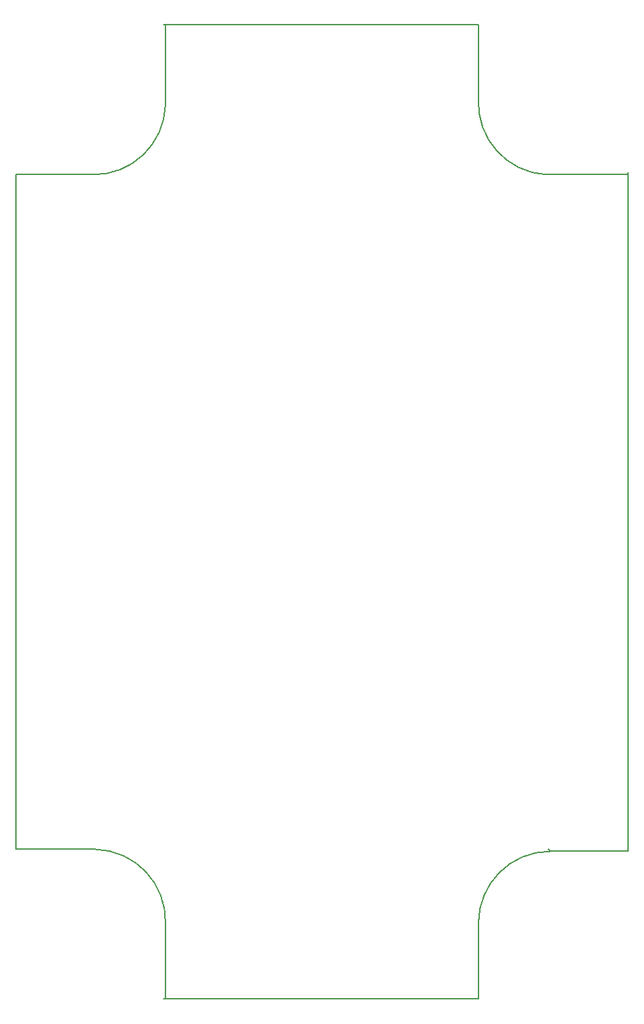
<source format=gbr>
G04 #@! TF.FileFunction,Profile,NP*
%FSLAX46Y46*%
G04 Gerber Fmt 4.6, Leading zero omitted, Abs format (unit mm)*
G04 Created by KiCad (PCBNEW 4.0.6) date Monday, 02 August 2021 'AMt' 08:08:07*
%MOMM*%
%LPD*%
G01*
G04 APERTURE LIST*
%ADD10C,0.100000*%
%ADD11C,0.150000*%
G04 APERTURE END LIST*
D10*
D11*
X79626000Y106617000D02*
X79626000Y106871000D01*
X69212000Y106617000D02*
X79626000Y106617000D01*
X11554000Y106617000D02*
X1648000Y106617000D01*
X60576000Y125667000D02*
X60576000Y115761000D01*
X20444000Y125667000D02*
X60576000Y125667000D01*
X20698000Y115507000D02*
X20698000Y125667000D01*
X20698000Y1715000D02*
X20698000Y11621000D01*
X60576000Y1715000D02*
X20698000Y1715000D01*
X60576000Y11875000D02*
X60576000Y1715000D01*
X60576000Y1715000D02*
X20444000Y1715000D01*
X60576000Y11621000D02*
X60576000Y1715000D01*
X69720000Y20511000D02*
X69466000Y20765000D01*
X79626000Y20511000D02*
X69720000Y20511000D01*
X79626000Y106617000D02*
X79626000Y20511000D01*
X60576000Y116269000D02*
G75*
G03X69212000Y106617000I9144000J-508000D01*
G01*
X11300000Y106617000D02*
G75*
G03X20698000Y115507000I254000J9144000D01*
G01*
X20698000Y11367000D02*
G75*
G03X11808000Y20765000I-9144000J254000D01*
G01*
X69720000Y20511000D02*
G75*
G03X60576000Y11367000I0J-9144000D01*
G01*
X1648000Y20765000D02*
X11808000Y20765000D01*
X1648000Y106617000D02*
X1648000Y20765000D01*
M02*

</source>
